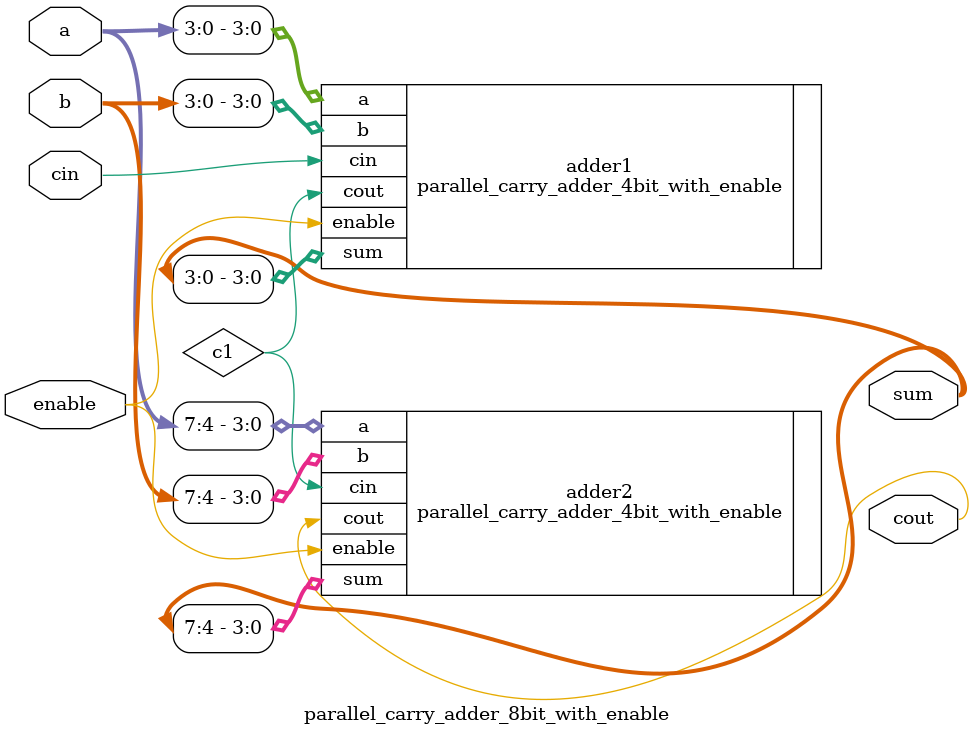
<source format=v>
`timescale 1ns / 1ps
module parallel_carry_adder_8bit_with_enable(
    input [7:0] a,
    input [7:0] b,
    input cin,
    input enable,
    output [7:0] sum,
    output cout
);

wire  c1;
wire cout1;

// Instantiate two 4-bit parallel carry adders with enable
parallel_carry_adder_4bit_with_enable adder1(.a(a[3:0]), .b(b[3:0]), .cin(cin), .enable(enable), .sum(sum[3:0]), .cout(c1));
parallel_carry_adder_4bit_with_enable adder2(.a(a[7:4]), .b(b[7:4]), .cin(c1), .enable(enable), .sum(sum[7:4]), .cout(cout));


endmodule

</source>
